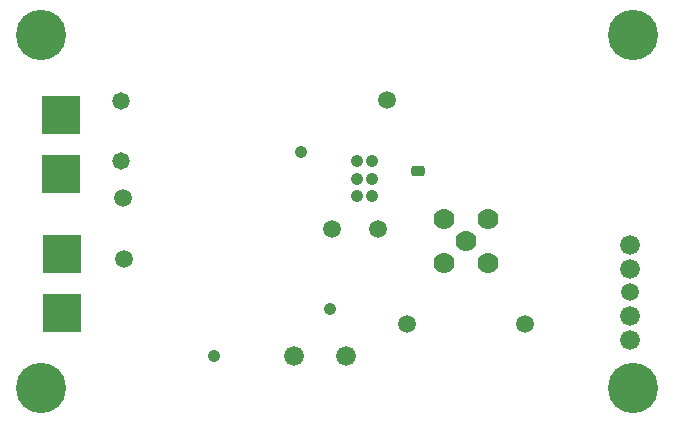
<source format=gbs>
G04 DesignSpark PCB Gerber Version 12.0 Build 5942*
%FSLAX35Y35*%
%MOMM*%
%ADD111R,3.25400X3.25400*%
%ADD109C,1.05400*%
%ADD107C,1.06680*%
%ADD122C,1.47100*%
%ADD126C,1.49400*%
%ADD105C,1.67640*%
%ADD108C,1.77800*%
%AMT106*0 Rounded Rectangle Pad at angle 90*4,1,36,0.55200,-0.26440,0.55200,0.26440,0.54860,0.29850,0.53870,0.33120,0.52260,0.36140,0.50090,0.38790,0.47440,0.40960,0.44420,0.42570,0.41140,0.43560,0.37740,0.43900,-0.37740,0.43900,-0.41150,0.43560,-0.44420,0.42570,-0.47440,0.40960,-0.50090,0.38790,-0.52260,0.36140,-0.53870,0.33120,-0.54860,0.29840,-0.55200,0.26440,-0.55200,-0.26440,-0.54860,-0.29850,-0.53870,-0.33120,-0.52260,-0.36140,-0.50090,-0.38790,-0.47440,-0.40960,-0.44420,-0.42570,-0.41140,-0.43560,-0.37740,-0.43900,0.37740,-0.43900,0.41150,-0.43560,0.44420,-0.42570,0.47440,-0.40960,0.50090,-0.38790,0.52260,-0.36140,0.53870,-0.33120,0.54860,-0.29840,0.55200,-0.26440,0*%
%ADD106T106*%
%ADD110C,4.25400*%
X0Y0D02*
D02*
D105*
X45329540Y44493280D03*
X45769540D03*
X48179540Y44633280D03*
Y44833280D03*
Y45233280D03*
Y45433280D03*
D02*
D106*
X46376250Y46058500D03*
D02*
D107*
X44649540Y44494000D03*
X45390000Y46225000D03*
X45639540Y44893280D03*
D02*
D108*
X46597500Y45282500D03*
Y45657500D03*
X46785000Y45470000D03*
X46972500Y45282500D03*
Y45657500D03*
D02*
D109*
X45860000Y45845000D03*
Y45995000D03*
Y46145000D03*
X45990000Y45845000D03*
Y45995000D03*
Y46145000D03*
D02*
D110*
X43190000Y44225000D03*
Y47215000D03*
X48200000Y44225000D03*
Y47215000D03*
D02*
D111*
X43360000Y46035000D03*
Y46535000D03*
X43370000Y44855000D03*
Y45355000D03*
D02*
D122*
X43870000Y46147000D03*
Y46655000D03*
D02*
D126*
X43880000Y45834990D03*
X43890000Y45315000D03*
X45649540Y45573280D03*
X46039540D03*
X46120000Y46665000D03*
X46285000Y44763280D03*
X47289540D03*
X48179540Y45033280D03*
X0Y0D02*
M02*

</source>
